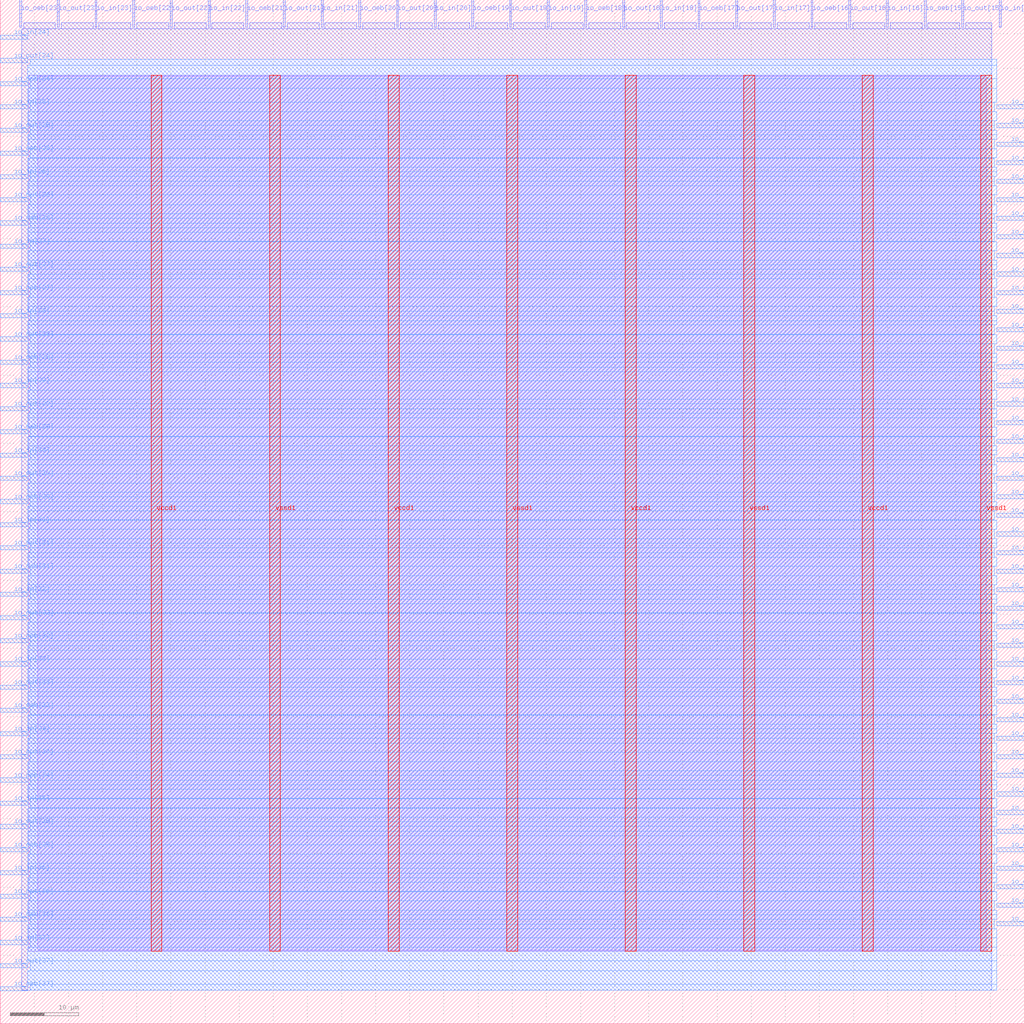
<source format=lef>
VERSION 5.7 ;
  NOWIREEXTENSIONATPIN ON ;
  DIVIDERCHAR "/" ;
  BUSBITCHARS "[]" ;
MACRO tiny_user_project
  CLASS BLOCK ;
  FOREIGN tiny_user_project ;
  ORIGIN 0.000 0.000 ;
  SIZE 150.000 BY 150.000 ;
  PIN io_in[0]
    DIRECTION INPUT ;
    USE SIGNAL ;
    PORT
      LAYER met3 ;
        RECT 146.000 14.320 150.000 14.920 ;
    END
  END io_in[0]
  PIN io_in[10]
    DIRECTION INPUT ;
    USE SIGNAL ;
    PORT
      LAYER met3 ;
        RECT 146.000 95.920 150.000 96.520 ;
    END
  END io_in[10]
  PIN io_in[11]
    DIRECTION INPUT ;
    USE SIGNAL ;
    PORT
      LAYER met3 ;
        RECT 146.000 104.080 150.000 104.680 ;
    END
  END io_in[11]
  PIN io_in[12]
    DIRECTION INPUT ;
    USE SIGNAL ;
    PORT
      LAYER met3 ;
        RECT 146.000 112.240 150.000 112.840 ;
    END
  END io_in[12]
  PIN io_in[13]
    DIRECTION INPUT ;
    USE SIGNAL ;
    PORT
      LAYER met3 ;
        RECT 146.000 120.400 150.000 121.000 ;
    END
  END io_in[13]
  PIN io_in[14]
    DIRECTION INPUT ;
    USE SIGNAL ;
    PORT
      LAYER met3 ;
        RECT 146.000 128.560 150.000 129.160 ;
    END
  END io_in[14]
  PIN io_in[15]
    DIRECTION INPUT ;
    USE SIGNAL ;
    PORT
      LAYER met2 ;
        RECT 146.370 146.000 146.650 150.000 ;
    END
  END io_in[15]
  PIN io_in[16]
    DIRECTION INPUT ;
    USE SIGNAL ;
    PORT
      LAYER met2 ;
        RECT 129.810 146.000 130.090 150.000 ;
    END
  END io_in[16]
  PIN io_in[17]
    DIRECTION INPUT ;
    USE SIGNAL ;
    PORT
      LAYER met2 ;
        RECT 113.250 146.000 113.530 150.000 ;
    END
  END io_in[17]
  PIN io_in[18]
    DIRECTION INPUT ;
    USE SIGNAL ;
    PORT
      LAYER met2 ;
        RECT 96.690 146.000 96.970 150.000 ;
    END
  END io_in[18]
  PIN io_in[19]
    DIRECTION INPUT ;
    USE SIGNAL ;
    PORT
      LAYER met2 ;
        RECT 80.130 146.000 80.410 150.000 ;
    END
  END io_in[19]
  PIN io_in[1]
    DIRECTION INPUT ;
    USE SIGNAL ;
    PORT
      LAYER met3 ;
        RECT 146.000 22.480 150.000 23.080 ;
    END
  END io_in[1]
  PIN io_in[20]
    DIRECTION INPUT ;
    USE SIGNAL ;
    PORT
      LAYER met2 ;
        RECT 63.570 146.000 63.850 150.000 ;
    END
  END io_in[20]
  PIN io_in[21]
    DIRECTION INPUT ;
    USE SIGNAL ;
    PORT
      LAYER met2 ;
        RECT 47.010 146.000 47.290 150.000 ;
    END
  END io_in[21]
  PIN io_in[22]
    DIRECTION INPUT ;
    USE SIGNAL ;
    PORT
      LAYER met2 ;
        RECT 30.450 146.000 30.730 150.000 ;
    END
  END io_in[22]
  PIN io_in[23]
    DIRECTION INPUT ;
    USE SIGNAL ;
    PORT
      LAYER met2 ;
        RECT 13.890 146.000 14.170 150.000 ;
    END
  END io_in[23]
  PIN io_in[24]
    DIRECTION INPUT ;
    USE SIGNAL ;
    PORT
      LAYER met3 ;
        RECT 0.000 144.200 4.000 144.800 ;
    END
  END io_in[24]
  PIN io_in[25]
    DIRECTION INPUT ;
    USE SIGNAL ;
    PORT
      LAYER met3 ;
        RECT 0.000 134.000 4.000 134.600 ;
    END
  END io_in[25]
  PIN io_in[26]
    DIRECTION INPUT ;
    USE SIGNAL ;
    PORT
      LAYER met3 ;
        RECT 0.000 123.800 4.000 124.400 ;
    END
  END io_in[26]
  PIN io_in[27]
    DIRECTION INPUT ;
    USE SIGNAL ;
    PORT
      LAYER met3 ;
        RECT 0.000 113.600 4.000 114.200 ;
    END
  END io_in[27]
  PIN io_in[28]
    DIRECTION INPUT ;
    USE SIGNAL ;
    PORT
      LAYER met3 ;
        RECT 0.000 103.400 4.000 104.000 ;
    END
  END io_in[28]
  PIN io_in[29]
    DIRECTION INPUT ;
    USE SIGNAL ;
    PORT
      LAYER met3 ;
        RECT 0.000 93.200 4.000 93.800 ;
    END
  END io_in[29]
  PIN io_in[2]
    DIRECTION INPUT ;
    USE SIGNAL ;
    PORT
      LAYER met3 ;
        RECT 146.000 30.640 150.000 31.240 ;
    END
  END io_in[2]
  PIN io_in[30]
    DIRECTION INPUT ;
    USE SIGNAL ;
    PORT
      LAYER met3 ;
        RECT 0.000 83.000 4.000 83.600 ;
    END
  END io_in[30]
  PIN io_in[31]
    DIRECTION INPUT ;
    USE SIGNAL ;
    PORT
      LAYER met3 ;
        RECT 0.000 72.800 4.000 73.400 ;
    END
  END io_in[31]
  PIN io_in[32]
    DIRECTION INPUT ;
    USE SIGNAL ;
    PORT
      LAYER met3 ;
        RECT 0.000 62.600 4.000 63.200 ;
    END
  END io_in[32]
  PIN io_in[33]
    DIRECTION INPUT ;
    USE SIGNAL ;
    PORT
      LAYER met3 ;
        RECT 0.000 52.400 4.000 53.000 ;
    END
  END io_in[33]
  PIN io_in[34]
    DIRECTION INPUT ;
    USE SIGNAL ;
    PORT
      LAYER met3 ;
        RECT 0.000 42.200 4.000 42.800 ;
    END
  END io_in[34]
  PIN io_in[35]
    DIRECTION INPUT ;
    USE SIGNAL ;
    PORT
      LAYER met3 ;
        RECT 0.000 32.000 4.000 32.600 ;
    END
  END io_in[35]
  PIN io_in[36]
    DIRECTION INPUT ;
    USE SIGNAL ;
    PORT
      LAYER met3 ;
        RECT 0.000 21.800 4.000 22.400 ;
    END
  END io_in[36]
  PIN io_in[37]
    DIRECTION INPUT ;
    USE SIGNAL ;
    PORT
      LAYER met3 ;
        RECT 0.000 11.600 4.000 12.200 ;
    END
  END io_in[37]
  PIN io_in[3]
    DIRECTION INPUT ;
    USE SIGNAL ;
    PORT
      LAYER met3 ;
        RECT 146.000 38.800 150.000 39.400 ;
    END
  END io_in[3]
  PIN io_in[4]
    DIRECTION INPUT ;
    USE SIGNAL ;
    PORT
      LAYER met3 ;
        RECT 146.000 46.960 150.000 47.560 ;
    END
  END io_in[4]
  PIN io_in[5]
    DIRECTION INPUT ;
    USE SIGNAL ;
    PORT
      LAYER met3 ;
        RECT 146.000 55.120 150.000 55.720 ;
    END
  END io_in[5]
  PIN io_in[6]
    DIRECTION INPUT ;
    USE SIGNAL ;
    PORT
      LAYER met3 ;
        RECT 146.000 63.280 150.000 63.880 ;
    END
  END io_in[6]
  PIN io_in[7]
    DIRECTION INPUT ;
    USE SIGNAL ;
    PORT
      LAYER met3 ;
        RECT 146.000 71.440 150.000 72.040 ;
    END
  END io_in[7]
  PIN io_in[8]
    DIRECTION INPUT ;
    USE SIGNAL ;
    PORT
      LAYER met3 ;
        RECT 146.000 79.600 150.000 80.200 ;
    END
  END io_in[8]
  PIN io_in[9]
    DIRECTION INPUT ;
    USE SIGNAL ;
    PORT
      LAYER met3 ;
        RECT 146.000 87.760 150.000 88.360 ;
    END
  END io_in[9]
  PIN io_oeb[0]
    DIRECTION OUTPUT TRISTATE ;
    USE SIGNAL ;
    PORT
      LAYER met3 ;
        RECT 146.000 19.760 150.000 20.360 ;
    END
  END io_oeb[0]
  PIN io_oeb[10]
    DIRECTION OUTPUT TRISTATE ;
    USE SIGNAL ;
    PORT
      LAYER met3 ;
        RECT 146.000 101.360 150.000 101.960 ;
    END
  END io_oeb[10]
  PIN io_oeb[11]
    DIRECTION OUTPUT TRISTATE ;
    USE SIGNAL ;
    PORT
      LAYER met3 ;
        RECT 146.000 109.520 150.000 110.120 ;
    END
  END io_oeb[11]
  PIN io_oeb[12]
    DIRECTION OUTPUT TRISTATE ;
    USE SIGNAL ;
    PORT
      LAYER met3 ;
        RECT 146.000 117.680 150.000 118.280 ;
    END
  END io_oeb[12]
  PIN io_oeb[13]
    DIRECTION OUTPUT TRISTATE ;
    USE SIGNAL ;
    PORT
      LAYER met3 ;
        RECT 146.000 125.840 150.000 126.440 ;
    END
  END io_oeb[13]
  PIN io_oeb[14]
    DIRECTION OUTPUT TRISTATE ;
    USE SIGNAL ;
    PORT
      LAYER met3 ;
        RECT 146.000 134.000 150.000 134.600 ;
    END
  END io_oeb[14]
  PIN io_oeb[15]
    DIRECTION OUTPUT TRISTATE ;
    USE SIGNAL ;
    PORT
      LAYER met2 ;
        RECT 135.330 146.000 135.610 150.000 ;
    END
  END io_oeb[15]
  PIN io_oeb[16]
    DIRECTION OUTPUT TRISTATE ;
    USE SIGNAL ;
    PORT
      LAYER met2 ;
        RECT 118.770 146.000 119.050 150.000 ;
    END
  END io_oeb[16]
  PIN io_oeb[17]
    DIRECTION OUTPUT TRISTATE ;
    USE SIGNAL ;
    PORT
      LAYER met2 ;
        RECT 102.210 146.000 102.490 150.000 ;
    END
  END io_oeb[17]
  PIN io_oeb[18]
    DIRECTION OUTPUT TRISTATE ;
    USE SIGNAL ;
    PORT
      LAYER met2 ;
        RECT 85.650 146.000 85.930 150.000 ;
    END
  END io_oeb[18]
  PIN io_oeb[19]
    DIRECTION OUTPUT TRISTATE ;
    USE SIGNAL ;
    PORT
      LAYER met2 ;
        RECT 69.090 146.000 69.370 150.000 ;
    END
  END io_oeb[19]
  PIN io_oeb[1]
    DIRECTION OUTPUT TRISTATE ;
    USE SIGNAL ;
    PORT
      LAYER met3 ;
        RECT 146.000 27.920 150.000 28.520 ;
    END
  END io_oeb[1]
  PIN io_oeb[20]
    DIRECTION OUTPUT TRISTATE ;
    USE SIGNAL ;
    PORT
      LAYER met2 ;
        RECT 52.530 146.000 52.810 150.000 ;
    END
  END io_oeb[20]
  PIN io_oeb[21]
    DIRECTION OUTPUT TRISTATE ;
    USE SIGNAL ;
    PORT
      LAYER met2 ;
        RECT 35.970 146.000 36.250 150.000 ;
    END
  END io_oeb[21]
  PIN io_oeb[22]
    DIRECTION OUTPUT TRISTATE ;
    USE SIGNAL ;
    PORT
      LAYER met2 ;
        RECT 19.410 146.000 19.690 150.000 ;
    END
  END io_oeb[22]
  PIN io_oeb[23]
    DIRECTION OUTPUT TRISTATE ;
    USE SIGNAL ;
    PORT
      LAYER met2 ;
        RECT 2.850 146.000 3.130 150.000 ;
    END
  END io_oeb[23]
  PIN io_oeb[24]
    DIRECTION OUTPUT TRISTATE ;
    USE SIGNAL ;
    PORT
      LAYER met3 ;
        RECT 0.000 137.400 4.000 138.000 ;
    END
  END io_oeb[24]
  PIN io_oeb[25]
    DIRECTION OUTPUT TRISTATE ;
    USE SIGNAL ;
    PORT
      LAYER met3 ;
        RECT 0.000 127.200 4.000 127.800 ;
    END
  END io_oeb[25]
  PIN io_oeb[26]
    DIRECTION OUTPUT TRISTATE ;
    USE SIGNAL ;
    PORT
      LAYER met3 ;
        RECT 0.000 117.000 4.000 117.600 ;
    END
  END io_oeb[26]
  PIN io_oeb[27]
    DIRECTION OUTPUT TRISTATE ;
    USE SIGNAL ;
    PORT
      LAYER met3 ;
        RECT 0.000 106.800 4.000 107.400 ;
    END
  END io_oeb[27]
  PIN io_oeb[28]
    DIRECTION OUTPUT TRISTATE ;
    USE SIGNAL ;
    PORT
      LAYER met3 ;
        RECT 0.000 96.600 4.000 97.200 ;
    END
  END io_oeb[28]
  PIN io_oeb[29]
    DIRECTION OUTPUT TRISTATE ;
    USE SIGNAL ;
    PORT
      LAYER met3 ;
        RECT 0.000 86.400 4.000 87.000 ;
    END
  END io_oeb[29]
  PIN io_oeb[2]
    DIRECTION OUTPUT TRISTATE ;
    USE SIGNAL ;
    PORT
      LAYER met3 ;
        RECT 146.000 36.080 150.000 36.680 ;
    END
  END io_oeb[2]
  PIN io_oeb[30]
    DIRECTION OUTPUT TRISTATE ;
    USE SIGNAL ;
    PORT
      LAYER met3 ;
        RECT 0.000 76.200 4.000 76.800 ;
    END
  END io_oeb[30]
  PIN io_oeb[31]
    DIRECTION OUTPUT TRISTATE ;
    USE SIGNAL ;
    PORT
      LAYER met3 ;
        RECT 0.000 66.000 4.000 66.600 ;
    END
  END io_oeb[31]
  PIN io_oeb[32]
    DIRECTION OUTPUT TRISTATE ;
    USE SIGNAL ;
    PORT
      LAYER met3 ;
        RECT 0.000 55.800 4.000 56.400 ;
    END
  END io_oeb[32]
  PIN io_oeb[33]
    DIRECTION OUTPUT TRISTATE ;
    USE SIGNAL ;
    PORT
      LAYER met3 ;
        RECT 0.000 45.600 4.000 46.200 ;
    END
  END io_oeb[33]
  PIN io_oeb[34]
    DIRECTION OUTPUT TRISTATE ;
    USE SIGNAL ;
    PORT
      LAYER met3 ;
        RECT 0.000 35.400 4.000 36.000 ;
    END
  END io_oeb[34]
  PIN io_oeb[35]
    DIRECTION OUTPUT TRISTATE ;
    USE SIGNAL ;
    PORT
      LAYER met3 ;
        RECT 0.000 25.200 4.000 25.800 ;
    END
  END io_oeb[35]
  PIN io_oeb[36]
    DIRECTION OUTPUT TRISTATE ;
    USE SIGNAL ;
    PORT
      LAYER met3 ;
        RECT 0.000 15.000 4.000 15.600 ;
    END
  END io_oeb[36]
  PIN io_oeb[37]
    DIRECTION OUTPUT TRISTATE ;
    USE SIGNAL ;
    PORT
      LAYER met3 ;
        RECT 0.000 4.800 4.000 5.400 ;
    END
  END io_oeb[37]
  PIN io_oeb[3]
    DIRECTION OUTPUT TRISTATE ;
    USE SIGNAL ;
    PORT
      LAYER met3 ;
        RECT 146.000 44.240 150.000 44.840 ;
    END
  END io_oeb[3]
  PIN io_oeb[4]
    DIRECTION OUTPUT TRISTATE ;
    USE SIGNAL ;
    PORT
      LAYER met3 ;
        RECT 146.000 52.400 150.000 53.000 ;
    END
  END io_oeb[4]
  PIN io_oeb[5]
    DIRECTION OUTPUT TRISTATE ;
    USE SIGNAL ;
    PORT
      LAYER met3 ;
        RECT 146.000 60.560 150.000 61.160 ;
    END
  END io_oeb[5]
  PIN io_oeb[6]
    DIRECTION OUTPUT TRISTATE ;
    USE SIGNAL ;
    PORT
      LAYER met3 ;
        RECT 146.000 68.720 150.000 69.320 ;
    END
  END io_oeb[6]
  PIN io_oeb[7]
    DIRECTION OUTPUT TRISTATE ;
    USE SIGNAL ;
    PORT
      LAYER met3 ;
        RECT 146.000 76.880 150.000 77.480 ;
    END
  END io_oeb[7]
  PIN io_oeb[8]
    DIRECTION OUTPUT TRISTATE ;
    USE SIGNAL ;
    PORT
      LAYER met3 ;
        RECT 146.000 85.040 150.000 85.640 ;
    END
  END io_oeb[8]
  PIN io_oeb[9]
    DIRECTION OUTPUT TRISTATE ;
    USE SIGNAL ;
    PORT
      LAYER met3 ;
        RECT 146.000 93.200 150.000 93.800 ;
    END
  END io_oeb[9]
  PIN io_out[0]
    DIRECTION OUTPUT TRISTATE ;
    USE SIGNAL ;
    PORT
      LAYER met3 ;
        RECT 146.000 17.040 150.000 17.640 ;
    END
  END io_out[0]
  PIN io_out[10]
    DIRECTION OUTPUT TRISTATE ;
    USE SIGNAL ;
    PORT
      LAYER met3 ;
        RECT 146.000 98.640 150.000 99.240 ;
    END
  END io_out[10]
  PIN io_out[11]
    DIRECTION OUTPUT TRISTATE ;
    USE SIGNAL ;
    PORT
      LAYER met3 ;
        RECT 146.000 106.800 150.000 107.400 ;
    END
  END io_out[11]
  PIN io_out[12]
    DIRECTION OUTPUT TRISTATE ;
    USE SIGNAL ;
    PORT
      LAYER met3 ;
        RECT 146.000 114.960 150.000 115.560 ;
    END
  END io_out[12]
  PIN io_out[13]
    DIRECTION OUTPUT TRISTATE ;
    USE SIGNAL ;
    PORT
      LAYER met3 ;
        RECT 146.000 123.120 150.000 123.720 ;
    END
  END io_out[13]
  PIN io_out[14]
    DIRECTION OUTPUT TRISTATE ;
    USE SIGNAL ;
    PORT
      LAYER met3 ;
        RECT 146.000 131.280 150.000 131.880 ;
    END
  END io_out[14]
  PIN io_out[15]
    DIRECTION OUTPUT TRISTATE ;
    USE SIGNAL ;
    PORT
      LAYER met2 ;
        RECT 140.850 146.000 141.130 150.000 ;
    END
  END io_out[15]
  PIN io_out[16]
    DIRECTION OUTPUT TRISTATE ;
    USE SIGNAL ;
    PORT
      LAYER met2 ;
        RECT 124.290 146.000 124.570 150.000 ;
    END
  END io_out[16]
  PIN io_out[17]
    DIRECTION OUTPUT TRISTATE ;
    USE SIGNAL ;
    PORT
      LAYER met2 ;
        RECT 107.730 146.000 108.010 150.000 ;
    END
  END io_out[17]
  PIN io_out[18]
    DIRECTION OUTPUT TRISTATE ;
    USE SIGNAL ;
    PORT
      LAYER met2 ;
        RECT 91.170 146.000 91.450 150.000 ;
    END
  END io_out[18]
  PIN io_out[19]
    DIRECTION OUTPUT TRISTATE ;
    USE SIGNAL ;
    PORT
      LAYER met2 ;
        RECT 74.610 146.000 74.890 150.000 ;
    END
  END io_out[19]
  PIN io_out[1]
    DIRECTION OUTPUT TRISTATE ;
    USE SIGNAL ;
    PORT
      LAYER met3 ;
        RECT 146.000 25.200 150.000 25.800 ;
    END
  END io_out[1]
  PIN io_out[20]
    DIRECTION OUTPUT TRISTATE ;
    USE SIGNAL ;
    PORT
      LAYER met2 ;
        RECT 58.050 146.000 58.330 150.000 ;
    END
  END io_out[20]
  PIN io_out[21]
    DIRECTION OUTPUT TRISTATE ;
    USE SIGNAL ;
    PORT
      LAYER met2 ;
        RECT 41.490 146.000 41.770 150.000 ;
    END
  END io_out[21]
  PIN io_out[22]
    DIRECTION OUTPUT TRISTATE ;
    USE SIGNAL ;
    PORT
      LAYER met2 ;
        RECT 24.930 146.000 25.210 150.000 ;
    END
  END io_out[22]
  PIN io_out[23]
    DIRECTION OUTPUT TRISTATE ;
    USE SIGNAL ;
    PORT
      LAYER met2 ;
        RECT 8.370 146.000 8.650 150.000 ;
    END
  END io_out[23]
  PIN io_out[24]
    DIRECTION OUTPUT TRISTATE ;
    USE SIGNAL ;
    PORT
      LAYER met3 ;
        RECT 0.000 140.800 4.000 141.400 ;
    END
  END io_out[24]
  PIN io_out[25]
    DIRECTION OUTPUT TRISTATE ;
    USE SIGNAL ;
    PORT
      LAYER met3 ;
        RECT 0.000 130.600 4.000 131.200 ;
    END
  END io_out[25]
  PIN io_out[26]
    DIRECTION OUTPUT TRISTATE ;
    USE SIGNAL ;
    PORT
      LAYER met3 ;
        RECT 0.000 120.400 4.000 121.000 ;
    END
  END io_out[26]
  PIN io_out[27]
    DIRECTION OUTPUT TRISTATE ;
    USE SIGNAL ;
    PORT
      LAYER met3 ;
        RECT 0.000 110.200 4.000 110.800 ;
    END
  END io_out[27]
  PIN io_out[28]
    DIRECTION OUTPUT TRISTATE ;
    USE SIGNAL ;
    PORT
      LAYER met3 ;
        RECT 0.000 100.000 4.000 100.600 ;
    END
  END io_out[28]
  PIN io_out[29]
    DIRECTION OUTPUT TRISTATE ;
    USE SIGNAL ;
    PORT
      LAYER met3 ;
        RECT 0.000 89.800 4.000 90.400 ;
    END
  END io_out[29]
  PIN io_out[2]
    DIRECTION OUTPUT TRISTATE ;
    USE SIGNAL ;
    PORT
      LAYER met3 ;
        RECT 146.000 33.360 150.000 33.960 ;
    END
  END io_out[2]
  PIN io_out[30]
    DIRECTION OUTPUT TRISTATE ;
    USE SIGNAL ;
    PORT
      LAYER met3 ;
        RECT 0.000 79.600 4.000 80.200 ;
    END
  END io_out[30]
  PIN io_out[31]
    DIRECTION OUTPUT TRISTATE ;
    USE SIGNAL ;
    PORT
      LAYER met3 ;
        RECT 0.000 69.400 4.000 70.000 ;
    END
  END io_out[31]
  PIN io_out[32]
    DIRECTION OUTPUT TRISTATE ;
    USE SIGNAL ;
    PORT
      LAYER met3 ;
        RECT 0.000 59.200 4.000 59.800 ;
    END
  END io_out[32]
  PIN io_out[33]
    DIRECTION OUTPUT TRISTATE ;
    USE SIGNAL ;
    PORT
      LAYER met3 ;
        RECT 0.000 49.000 4.000 49.600 ;
    END
  END io_out[33]
  PIN io_out[34]
    DIRECTION OUTPUT TRISTATE ;
    USE SIGNAL ;
    PORT
      LAYER met3 ;
        RECT 0.000 38.800 4.000 39.400 ;
    END
  END io_out[34]
  PIN io_out[35]
    DIRECTION OUTPUT TRISTATE ;
    USE SIGNAL ;
    PORT
      LAYER met3 ;
        RECT 0.000 28.600 4.000 29.200 ;
    END
  END io_out[35]
  PIN io_out[36]
    DIRECTION OUTPUT TRISTATE ;
    USE SIGNAL ;
    PORT
      LAYER met3 ;
        RECT 0.000 18.400 4.000 19.000 ;
    END
  END io_out[36]
  PIN io_out[37]
    DIRECTION OUTPUT TRISTATE ;
    USE SIGNAL ;
    PORT
      LAYER met3 ;
        RECT 0.000 8.200 4.000 8.800 ;
    END
  END io_out[37]
  PIN io_out[3]
    DIRECTION OUTPUT TRISTATE ;
    USE SIGNAL ;
    PORT
      LAYER met3 ;
        RECT 146.000 41.520 150.000 42.120 ;
    END
  END io_out[3]
  PIN io_out[4]
    DIRECTION OUTPUT TRISTATE ;
    USE SIGNAL ;
    PORT
      LAYER met3 ;
        RECT 146.000 49.680 150.000 50.280 ;
    END
  END io_out[4]
  PIN io_out[5]
    DIRECTION OUTPUT TRISTATE ;
    USE SIGNAL ;
    PORT
      LAYER met3 ;
        RECT 146.000 57.840 150.000 58.440 ;
    END
  END io_out[5]
  PIN io_out[6]
    DIRECTION OUTPUT TRISTATE ;
    USE SIGNAL ;
    PORT
      LAYER met3 ;
        RECT 146.000 66.000 150.000 66.600 ;
    END
  END io_out[6]
  PIN io_out[7]
    DIRECTION OUTPUT TRISTATE ;
    USE SIGNAL ;
    PORT
      LAYER met3 ;
        RECT 146.000 74.160 150.000 74.760 ;
    END
  END io_out[7]
  PIN io_out[8]
    DIRECTION OUTPUT TRISTATE ;
    USE SIGNAL ;
    PORT
      LAYER met3 ;
        RECT 146.000 82.320 150.000 82.920 ;
    END
  END io_out[8]
  PIN io_out[9]
    DIRECTION OUTPUT TRISTATE ;
    USE SIGNAL ;
    PORT
      LAYER met3 ;
        RECT 146.000 90.480 150.000 91.080 ;
    END
  END io_out[9]
  PIN vccd1
    DIRECTION INOUT ;
    USE POWER ;
    PORT
      LAYER met4 ;
        RECT 22.085 10.640 23.685 138.960 ;
    END
    PORT
      LAYER met4 ;
        RECT 56.815 10.640 58.415 138.960 ;
    END
    PORT
      LAYER met4 ;
        RECT 91.545 10.640 93.145 138.960 ;
    END
    PORT
      LAYER met4 ;
        RECT 126.275 10.640 127.875 138.960 ;
    END
  END vccd1
  PIN vssd1
    DIRECTION INOUT ;
    USE GROUND ;
    PORT
      LAYER met4 ;
        RECT 39.450 10.640 41.050 138.960 ;
    END
    PORT
      LAYER met4 ;
        RECT 74.180 10.640 75.780 138.960 ;
    END
    PORT
      LAYER met4 ;
        RECT 108.910 10.640 110.510 138.960 ;
    END
    PORT
      LAYER met4 ;
        RECT 143.640 10.640 145.240 138.960 ;
    END
  END vssd1
  OBS
      LAYER li1 ;
        RECT 5.520 10.795 144.440 138.805 ;
      LAYER met1 ;
        RECT 4.210 10.640 145.240 138.960 ;
      LAYER met2 ;
        RECT 3.410 145.720 8.090 146.610 ;
        RECT 8.930 145.720 13.610 146.610 ;
        RECT 14.450 145.720 19.130 146.610 ;
        RECT 19.970 145.720 24.650 146.610 ;
        RECT 25.490 145.720 30.170 146.610 ;
        RECT 31.010 145.720 35.690 146.610 ;
        RECT 36.530 145.720 41.210 146.610 ;
        RECT 42.050 145.720 46.730 146.610 ;
        RECT 47.570 145.720 52.250 146.610 ;
        RECT 53.090 145.720 57.770 146.610 ;
        RECT 58.610 145.720 63.290 146.610 ;
        RECT 64.130 145.720 68.810 146.610 ;
        RECT 69.650 145.720 74.330 146.610 ;
        RECT 75.170 145.720 79.850 146.610 ;
        RECT 80.690 145.720 85.370 146.610 ;
        RECT 86.210 145.720 90.890 146.610 ;
        RECT 91.730 145.720 96.410 146.610 ;
        RECT 97.250 145.720 101.930 146.610 ;
        RECT 102.770 145.720 107.450 146.610 ;
        RECT 108.290 145.720 112.970 146.610 ;
        RECT 113.810 145.720 118.490 146.610 ;
        RECT 119.330 145.720 124.010 146.610 ;
        RECT 124.850 145.720 129.530 146.610 ;
        RECT 130.370 145.720 135.050 146.610 ;
        RECT 135.890 145.720 140.570 146.610 ;
        RECT 141.410 145.720 145.210 146.610 ;
        RECT 3.130 4.915 145.210 145.720 ;
      LAYER met3 ;
        RECT 4.400 140.400 146.000 141.265 ;
        RECT 4.000 138.400 146.000 140.400 ;
        RECT 4.400 137.000 146.000 138.400 ;
        RECT 4.000 135.000 146.000 137.000 ;
        RECT 4.400 133.600 145.600 135.000 ;
        RECT 4.000 132.280 146.000 133.600 ;
        RECT 4.000 131.600 145.600 132.280 ;
        RECT 4.400 130.880 145.600 131.600 ;
        RECT 4.400 130.200 146.000 130.880 ;
        RECT 4.000 129.560 146.000 130.200 ;
        RECT 4.000 128.200 145.600 129.560 ;
        RECT 4.400 128.160 145.600 128.200 ;
        RECT 4.400 126.840 146.000 128.160 ;
        RECT 4.400 126.800 145.600 126.840 ;
        RECT 4.000 125.440 145.600 126.800 ;
        RECT 4.000 124.800 146.000 125.440 ;
        RECT 4.400 124.120 146.000 124.800 ;
        RECT 4.400 123.400 145.600 124.120 ;
        RECT 4.000 122.720 145.600 123.400 ;
        RECT 4.000 121.400 146.000 122.720 ;
        RECT 4.400 120.000 145.600 121.400 ;
        RECT 4.000 118.680 146.000 120.000 ;
        RECT 4.000 118.000 145.600 118.680 ;
        RECT 4.400 117.280 145.600 118.000 ;
        RECT 4.400 116.600 146.000 117.280 ;
        RECT 4.000 115.960 146.000 116.600 ;
        RECT 4.000 114.600 145.600 115.960 ;
        RECT 4.400 114.560 145.600 114.600 ;
        RECT 4.400 113.240 146.000 114.560 ;
        RECT 4.400 113.200 145.600 113.240 ;
        RECT 4.000 111.840 145.600 113.200 ;
        RECT 4.000 111.200 146.000 111.840 ;
        RECT 4.400 110.520 146.000 111.200 ;
        RECT 4.400 109.800 145.600 110.520 ;
        RECT 4.000 109.120 145.600 109.800 ;
        RECT 4.000 107.800 146.000 109.120 ;
        RECT 4.400 106.400 145.600 107.800 ;
        RECT 4.000 105.080 146.000 106.400 ;
        RECT 4.000 104.400 145.600 105.080 ;
        RECT 4.400 103.680 145.600 104.400 ;
        RECT 4.400 103.000 146.000 103.680 ;
        RECT 4.000 102.360 146.000 103.000 ;
        RECT 4.000 101.000 145.600 102.360 ;
        RECT 4.400 100.960 145.600 101.000 ;
        RECT 4.400 99.640 146.000 100.960 ;
        RECT 4.400 99.600 145.600 99.640 ;
        RECT 4.000 98.240 145.600 99.600 ;
        RECT 4.000 97.600 146.000 98.240 ;
        RECT 4.400 96.920 146.000 97.600 ;
        RECT 4.400 96.200 145.600 96.920 ;
        RECT 4.000 95.520 145.600 96.200 ;
        RECT 4.000 94.200 146.000 95.520 ;
        RECT 4.400 92.800 145.600 94.200 ;
        RECT 4.000 91.480 146.000 92.800 ;
        RECT 4.000 90.800 145.600 91.480 ;
        RECT 4.400 90.080 145.600 90.800 ;
        RECT 4.400 89.400 146.000 90.080 ;
        RECT 4.000 88.760 146.000 89.400 ;
        RECT 4.000 87.400 145.600 88.760 ;
        RECT 4.400 87.360 145.600 87.400 ;
        RECT 4.400 86.040 146.000 87.360 ;
        RECT 4.400 86.000 145.600 86.040 ;
        RECT 4.000 84.640 145.600 86.000 ;
        RECT 4.000 84.000 146.000 84.640 ;
        RECT 4.400 83.320 146.000 84.000 ;
        RECT 4.400 82.600 145.600 83.320 ;
        RECT 4.000 81.920 145.600 82.600 ;
        RECT 4.000 80.600 146.000 81.920 ;
        RECT 4.400 79.200 145.600 80.600 ;
        RECT 4.000 77.880 146.000 79.200 ;
        RECT 4.000 77.200 145.600 77.880 ;
        RECT 4.400 76.480 145.600 77.200 ;
        RECT 4.400 75.800 146.000 76.480 ;
        RECT 4.000 75.160 146.000 75.800 ;
        RECT 4.000 73.800 145.600 75.160 ;
        RECT 4.400 73.760 145.600 73.800 ;
        RECT 4.400 72.440 146.000 73.760 ;
        RECT 4.400 72.400 145.600 72.440 ;
        RECT 4.000 71.040 145.600 72.400 ;
        RECT 4.000 70.400 146.000 71.040 ;
        RECT 4.400 69.720 146.000 70.400 ;
        RECT 4.400 69.000 145.600 69.720 ;
        RECT 4.000 68.320 145.600 69.000 ;
        RECT 4.000 67.000 146.000 68.320 ;
        RECT 4.400 65.600 145.600 67.000 ;
        RECT 4.000 64.280 146.000 65.600 ;
        RECT 4.000 63.600 145.600 64.280 ;
        RECT 4.400 62.880 145.600 63.600 ;
        RECT 4.400 62.200 146.000 62.880 ;
        RECT 4.000 61.560 146.000 62.200 ;
        RECT 4.000 60.200 145.600 61.560 ;
        RECT 4.400 60.160 145.600 60.200 ;
        RECT 4.400 58.840 146.000 60.160 ;
        RECT 4.400 58.800 145.600 58.840 ;
        RECT 4.000 57.440 145.600 58.800 ;
        RECT 4.000 56.800 146.000 57.440 ;
        RECT 4.400 56.120 146.000 56.800 ;
        RECT 4.400 55.400 145.600 56.120 ;
        RECT 4.000 54.720 145.600 55.400 ;
        RECT 4.000 53.400 146.000 54.720 ;
        RECT 4.400 52.000 145.600 53.400 ;
        RECT 4.000 50.680 146.000 52.000 ;
        RECT 4.000 50.000 145.600 50.680 ;
        RECT 4.400 49.280 145.600 50.000 ;
        RECT 4.400 48.600 146.000 49.280 ;
        RECT 4.000 47.960 146.000 48.600 ;
        RECT 4.000 46.600 145.600 47.960 ;
        RECT 4.400 46.560 145.600 46.600 ;
        RECT 4.400 45.240 146.000 46.560 ;
        RECT 4.400 45.200 145.600 45.240 ;
        RECT 4.000 43.840 145.600 45.200 ;
        RECT 4.000 43.200 146.000 43.840 ;
        RECT 4.400 42.520 146.000 43.200 ;
        RECT 4.400 41.800 145.600 42.520 ;
        RECT 4.000 41.120 145.600 41.800 ;
        RECT 4.000 39.800 146.000 41.120 ;
        RECT 4.400 38.400 145.600 39.800 ;
        RECT 4.000 37.080 146.000 38.400 ;
        RECT 4.000 36.400 145.600 37.080 ;
        RECT 4.400 35.680 145.600 36.400 ;
        RECT 4.400 35.000 146.000 35.680 ;
        RECT 4.000 34.360 146.000 35.000 ;
        RECT 4.000 33.000 145.600 34.360 ;
        RECT 4.400 32.960 145.600 33.000 ;
        RECT 4.400 31.640 146.000 32.960 ;
        RECT 4.400 31.600 145.600 31.640 ;
        RECT 4.000 30.240 145.600 31.600 ;
        RECT 4.000 29.600 146.000 30.240 ;
        RECT 4.400 28.920 146.000 29.600 ;
        RECT 4.400 28.200 145.600 28.920 ;
        RECT 4.000 27.520 145.600 28.200 ;
        RECT 4.000 26.200 146.000 27.520 ;
        RECT 4.400 24.800 145.600 26.200 ;
        RECT 4.000 23.480 146.000 24.800 ;
        RECT 4.000 22.800 145.600 23.480 ;
        RECT 4.400 22.080 145.600 22.800 ;
        RECT 4.400 21.400 146.000 22.080 ;
        RECT 4.000 20.760 146.000 21.400 ;
        RECT 4.000 19.400 145.600 20.760 ;
        RECT 4.400 19.360 145.600 19.400 ;
        RECT 4.400 18.040 146.000 19.360 ;
        RECT 4.400 18.000 145.600 18.040 ;
        RECT 4.000 16.640 145.600 18.000 ;
        RECT 4.000 16.000 146.000 16.640 ;
        RECT 4.400 15.320 146.000 16.000 ;
        RECT 4.400 14.600 145.600 15.320 ;
        RECT 4.000 13.920 145.600 14.600 ;
        RECT 4.000 12.600 146.000 13.920 ;
        RECT 4.400 11.200 146.000 12.600 ;
        RECT 4.000 9.200 146.000 11.200 ;
        RECT 4.400 7.800 146.000 9.200 ;
        RECT 4.000 5.800 146.000 7.800 ;
        RECT 4.400 4.935 146.000 5.800 ;
  END
END tiny_user_project
END LIBRARY


</source>
